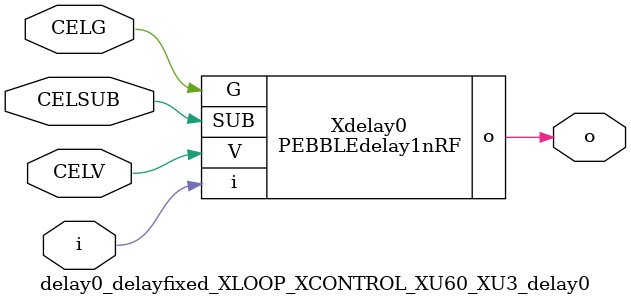
<source format=v>



module PEBBLEdelay1nRF ( o, V, G, i, SUB );

  input V;
  input i;
  input G;
  output o;
  input SUB;
endmodule

//Celera Confidential Do Not Copy delay0_delayfixed_XLOOP_XCONTROL_XU60_XU3_delay0
//TYPE: fixed 1ns
module delay0_delayfixed_XLOOP_XCONTROL_XU60_XU3_delay0 (i, CELV, o,
CELG,CELSUB);
input CELV;
input i;
output o;
input CELSUB;
input CELG;

//Celera Confidential Do Not Copy delayfast0
PEBBLEdelay1nRF Xdelay0(
.V (CELV),
.i (i),
.o (o),
.G (CELG),
.SUB (CELSUB)
);
//,diesize,PEBBLEdelay1nRF

//Celera Confidential Do Not Copy Module End
//Celera Schematic Generator
endmodule

</source>
